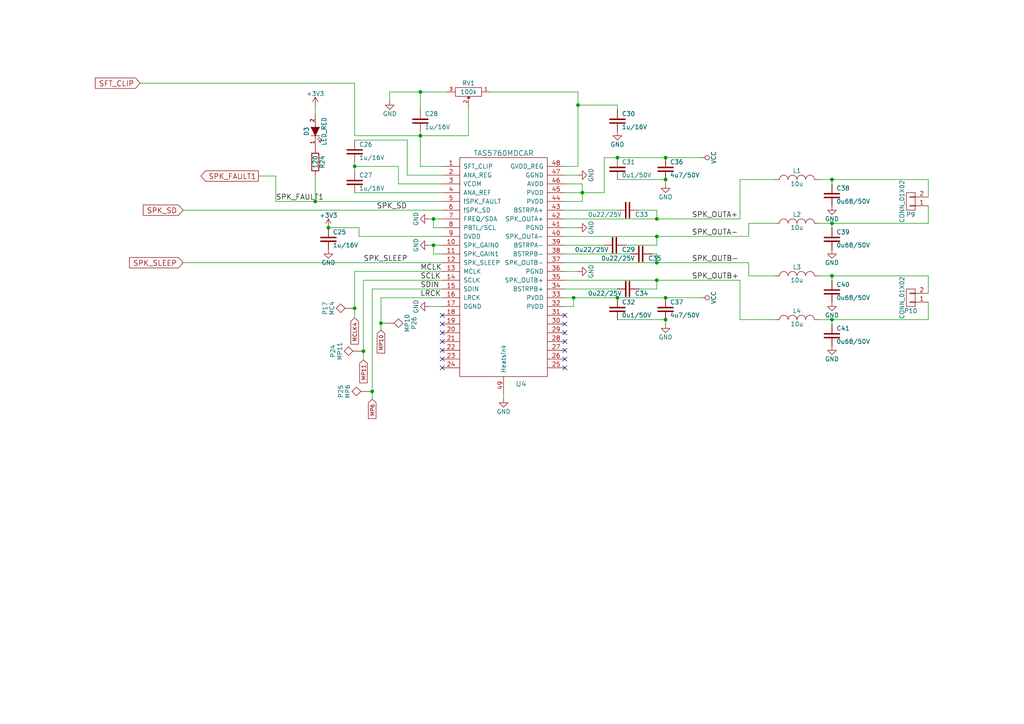
<source format=kicad_sch>
(kicad_sch (version 20231120) (generator "eeschema") (generator_version "8.0")
  (paper "A4")
  (title_block (title "freeDSP-AiO") (date "2018-08-09") (rev "V1.0") (company "TUD") (comment 1 "Friedrich, Hoffmann, Kaiser, Schindler") (comment 2 "Hauptseminar Kommunikationsnetze"))
  (lib_symbols
    (symbol "MyLibrary:Capacitor" (pin_numbers hide) (pin_names (offset 0))
      (property "Reference" "C" (at 1.27 2.54 0))
      (property "Value" "Capacitor" (at 1.27 -1.27 0))
      (symbol "Capacitor_0_1"
        (rectangle (start -2.286 0) (end 2.286 -0.254) (fill (type outline)))
        (rectangle (start -2.286 1.0922) (end 2.286 0.8382) (fill (type outline)))
      )
      (symbol "Capacitor_1_1"
        (pin passive line (at 0 3.81 270) (length 2.5908) (name "~") (number "1"))
        (pin passive line (at 0 -2.54 90) (length 2.54) (name "~") (number "2"))
      )
    )
    (symbol "MyLibrary:Inductor" (pin_numbers hide) (pin_names (offset 0) hide)
      (property "Reference" "L" (at 0 2.54 0))
      (property "Value" "Inductor" (at 0 -1.27 0))
      (symbol "Inductor_0_1"
        (arc (start -2.54 0) (mid -3.81 1.2645) (end -5.08 0))
        (arc (start 0 0) (mid -1.27 1.2645) (end -2.54 0))
        (arc (start 2.54 0) (mid 1.27 1.2645) (end 0 0))
        (arc (start 5.08 0) (mid 3.81 1.2645) (end 2.54 0))
      )
      (symbol "Inductor_1_1"
        (pin input line (at -6.35 0 0) (length 1.27) (name "1") (number "1"))
        (pin input line (at 6.35 0 180) (length 1.27) (name "2") (number "2"))
      )
    )
    (symbol "MyLibrary:TAS5760MDCAR" (pin_names (offset 1.016))
      (property "Reference" "U" (at 5.08 -33.02 0))
      (property "Value" "TAS5760MDCAR" (at 0 33.02 0))
      (symbol "TAS5760MDCAR_0_1"
        (rectangle (start -12.7 30.48) (end -12.7 30.48))
        (rectangle (start -12.7 31.75) (end 12.7 -31.75))
      )
      (symbol "TAS5760MDCAR_1_1"
        (pin input line (at -17.78 29.21 0) (length 5.08) (name "SFT_CLIP") (number "1"))
        (pin input line (at -17.78 6.35 0) (length 5.08) (name "SPK_GAIN0") (number "10"))
        (pin input line (at -17.78 3.81 0) (length 5.08) (name "SPK_GAIN1") (number "11"))
        (pin input line (at -17.78 1.27 0) (length 5.08) (name "SPK_SLEEP") (number "12"))
        (pin bidirectional line (at -17.78 -1.27 0) (length 5.08) (name "MCLK") (number "13"))
        (pin input line (at -17.78 -3.81 0) (length 5.08) (name "SCLK") (number "14"))
        (pin input line (at -17.78 -6.35 0) (length 5.08) (name "SDIN") (number "15"))
        (pin input line (at -17.78 -8.89 0) (length 5.08) (name "LRCK") (number "16"))
        (pin input line (at -17.78 -11.43 0) (length 5.08) (name "DGND") (number "17"))
        (pin unspecified line (at -17.78 -13.97 0) (length 5.08) (name "~") (number "18"))
        (pin unspecified line (at -17.78 -16.51 0) (length 5.08) (name "~") (number "19"))
        (pin input line (at -17.78 26.67 0) (length 5.08) (name "ANA_REG") (number "2"))
        (pin unspecified line (at -17.78 -19.05 0) (length 5.08) (name "~") (number "20"))
        (pin unspecified line (at -17.78 -21.59 0) (length 5.08) (name "~") (number "21"))
        (pin input line (at -17.78 -24.13 0) (length 5.08) (name "~") (number "22"))
        (pin input line (at -17.78 -26.67 0) (length 5.08) (name "~") (number "23"))
        (pin input line (at -17.78 -29.21 0) (length 5.08) (name "~") (number "24"))
        (pin output line (at 17.78 -29.21 180) (length 5.08) (name "~") (number "25"))
        (pin output line (at 17.78 -26.67 180) (length 5.08) (name "~") (number "26"))
        (pin output line (at 17.78 -24.13 180) (length 5.08) (name "~") (number "27"))
        (pin output line (at 17.78 -21.59 180) (length 5.08) (name "~") (number "28"))
        (pin output line (at 17.78 -19.05 180) (length 5.08) (name "~") (number "29"))
        (pin input line (at -17.78 24.13 0) (length 5.08) (name "VCOM") (number "3"))
        (pin output line (at 17.78 -16.51 180) (length 5.08) (name "~") (number "30"))
        (pin output line (at 17.78 -13.97 180) (length 5.08) (name "~") (number "31"))
        (pin power_in line (at 17.78 -11.43 180) (length 5.08) (name "PVDD") (number "32"))
        (pin power_in line (at 17.78 -8.89 180) (length 5.08) (name "PVDD") (number "33"))
        (pin output line (at 17.78 -6.35 180) (length 5.08) (name "BSTRPB+") (number "34"))
        (pin output line (at 17.78 -3.81 180) (length 5.08) (name "SPK_OUTB+") (number "35"))
        (pin bidirectional line (at 17.78 -1.27 180) (length 5.08) (name "PGND") (number "36"))
        (pin output line (at 17.78 1.27 180) (length 5.08) (name "SPK_OUTB-") (number "37"))
        (pin output line (at 17.78 3.81 180) (length 5.08) (name "BSTRPB-") (number "38"))
        (pin output line (at 17.78 6.35 180) (length 5.08) (name "BSTRPA-") (number "39"))
        (pin input line (at -17.78 21.59 0) (length 5.08) (name "ANA_REF") (number "4"))
        (pin output line (at 17.78 8.89 180) (length 5.08) (name "SPK_OUTA-") (number "40"))
        (pin bidirectional line (at 17.78 11.43 180) (length 5.08) (name "PGND") (number "41"))
        (pin output line (at 17.78 13.97 180) (length 5.08) (name "SPK_OUTA+") (number "42"))
        (pin output line (at 17.78 16.51 180) (length 5.08) (name "BSTRPA+") (number "43"))
        (pin input line (at 17.78 19.05 180) (length 5.08) (name "PVDD") (number "44"))
        (pin input line (at 17.78 21.59 180) (length 5.08) (name "PVDD") (number "45"))
        (pin input line (at 17.78 24.13 180) (length 5.08) (name "AVDD") (number "46"))
        (pin input line (at 17.78 26.67 180) (length 5.08) (name "GGND") (number "47"))
        (pin output line (at 17.78 29.21 180) (length 5.08) (name "GVDD_REG") (number "48"))
        (pin passive line (at 0 -36.83 90) (length 5.08) (name "Heatsink") (number "49"))
        (pin input line (at -17.78 19.05 0) (length 5.08) (name "!SPK_FAULT") (number "5"))
        (pin input line (at -17.78 16.51 0) (length 5.08) (name "!SPK_SD") (number "6"))
        (pin input line (at -17.78 13.97 0) (length 5.08) (name "FREQ/SDA") (number "7"))
        (pin input line (at -17.78 11.43 0) (length 5.08) (name "PBTL/SCL") (number "8"))
        (pin input line (at -17.78 8.89 0) (length 5.08) (name "DVDD") (number "9"))
      )
    )
    (symbol "smd_aio-rescue:+3V3" (power) (pin_names (offset 0))
      (property "Value" "+3V3" (at 0 3.556 0))
      (symbol "+3V3_0_1"
        (polyline (pts (xy -0.762 1.27) (xy 0 2.54)))
        (polyline (pts (xy 0 0) (xy 0 2.54)))
        (polyline (pts (xy 0 2.54) (xy 0.762 1.27)))
      )
      (symbol "+3V3_1_1"
        (pin power_in line (at 0 0 90) (length 0) hide (name "+3V3") (number "1"))
      )
    )
    (symbol "smd_aio-rescue:CONN_01X02" (pin_names (offset 1.016) hide)
      (property "Reference" "P" (at 0 3.81 0))
      (property "Value" "CONN_01X02" (at 2.54 0 90))
      (symbol "CONN_01X02_0_1"
        (rectangle (start -1.27 -1.143) (end 0.254 -1.397))
        (rectangle (start -1.27 1.397) (end 0.254 1.143))
        (rectangle (start -1.27 2.54) (end 1.27 -2.54))
      )
      (symbol "CONN_01X02_1_1"
        (pin passive line (at -5.08 1.27 0) (length 3.81) (name "P1") (number "1"))
        (pin passive line (at -5.08 -1.27 0) (length 3.81) (name "P2") (number "2"))
      )
    )
    (symbol "smd_aio-rescue:GND" (power) (pin_names (offset 0))
      (property "Value" "GND" (at 0 -3.81 0))
      (symbol "GND_0_1"
        (polyline (pts (xy 0 0) (xy 0 -1.27) (xy 1.27 -1.27) (xy 0 -2.54) (xy -1.27 -1.27) (xy 0 -1.27)))
      )
      (symbol "GND_1_1"
        (pin power_in line (at 0 0 270) (length 0) hide (name "GND") (number "1"))
      )
    )
    (symbol "smd_aio-rescue:LED" (pin_names (offset 1.016) hide)
      (property "Reference" "D" (at 0 2.54 0))
      (property "Value" "LED" (at 0 -2.54 0))
      (symbol "LED_0_1"
        (polyline (pts (xy -1.27 1.27) (xy -1.27 -1.27)))
        (polyline (pts (xy -2.032 -0.635) (xy -3.175 -1.651) (xy -3.048 -1.016)))
        (polyline (pts (xy -1.651 -1.016) (xy -2.794 -2.032) (xy -2.667 -1.397)))
        (polyline (pts (xy 1.27 1.27) (xy -1.27 0) (xy 1.27 -1.27)) (fill (type outline)))
      )
      (symbol "LED_1_1"
        (pin passive line (at -5.08 0 0) (length 3.81) (name "K") (number "1"))
        (pin passive line (at 5.08 0 180) (length 3.81) (name "A") (number "2"))
      )
    )
    (symbol "smd_aio-rescue:POT" (pin_names (offset 1.016) hide)
      (property "Reference" "RV" (at 0 -2.54 0))
      (property "Value" "POT" (at 0 0 0))
      (symbol "POT_0_1"
        (rectangle (start -3.81 1.27) (end 3.81 -1.27))
        (polyline (pts (xy 0 1.27) (xy -0.508 1.778) (xy 0.508 1.778)) (fill (type outline)))
      )
      (symbol "POT_1_1"
        (pin passive line (at -6.35 0 0) (length 2.54) (name "1") (number "1"))
        (pin passive line (at 0 3.81 270) (length 2.032) (name "2") (number "2"))
        (pin passive line (at 6.35 0 180) (length 2.54) (name "3") (number "3"))
      )
    )
    (symbol "smd_aio-rescue:R" (pin_numbers hide) (pin_names (offset 0))
      (property "Reference" "R" (at 2.032 0 90))
      (property "Value" "R" (at 0 0 90))
      (symbol "R_0_1"
        (rectangle (start -1.016 -2.54) (end 1.016 2.54) (stroke (width 0.254)))
      )
      (symbol "R_1_1"
        (pin passive line (at 0 3.81 270) (length 1.27) (name "~") (number "1"))
        (pin passive line (at 0 -3.81 90) (length 1.27) (name "~") (number "2"))
      )
    )
    (symbol "smd_aio-rescue:TST" (pin_numbers hide) (pin_names (offset 1.016) hide)
      (property "Reference" "P" (at 0 7.62 0))
      (property "Value" "TST" (at 0 6.35 0))
      (symbol "TST_0_1"
        (polyline (pts (xy 0 5.08) (xy -1.27 3.81) (xy 0 2.54) (xy 1.27 3.81) (xy 0 5.08) (xy 0 5.08)))
      )
      (symbol "TST_1_1"
        (pin passive line (at 0 0 90) (length 2.54) (name "~") (number "1"))
      )
    )
    (symbol "smd_aio-rescue:VCC" (power) (pin_names (offset 0))
      (property "Value" "VCC" (at 0 3.81 0))
      (symbol "VCC_0_1"
        (polyline (pts (xy 0 0) (xy 0 1.27)))
        (circle (center 0 1.905) (radius 0.635))
      )
      (symbol "VCC_1_1"
        (pin power_in line (at 0 0 90) (length 0) hide (name "VCC") (number "1"))
      )
    )
  )
  (junction (at 241.3 92.71))
  (junction (at 102.87 48.26))
  (junction (at 190.5 81.28))
  (junction (at 190.5 76.2))
  (junction (at 241.3 64.77))
  (junction (at 193.04 92.71))
  (junction (at 105.41 101.854))
  (junction (at 102.87 89.408))
  (junction (at 110.49 93.726))
  (junction (at 95.25 66.04))
  (junction (at 125.73 71.12))
  (junction (at 168.91 55.88))
  (junction (at 193.04 52.07))
  (junction (at 241.3 80.01))
  (junction (at 190.5 63.5))
  (junction (at 179.07 45.72))
  (junction (at 179.07 86.36))
  (junction (at 121.92 26.67))
  (junction (at 107.95 113.538))
  (junction (at 241.3 52.07))
  (junction (at 193.04 86.36))
  (junction (at 91.44 58.42))
  (junction (at 121.92 39.37))
  (junction (at 193.04 45.72))
  (junction (at 166.37 86.36))
  (junction (at 125.73 63.5))
  (junction (at 167.64 30.48))
  (junction (at 190.5 68.58))
  (no_connect (at 163.83 104.14))
  (no_connect (at 128.27 91.44))
  (no_connect (at 163.83 99.06))
  (no_connect (at 128.27 101.6))
  (no_connect (at 163.83 91.44))
  (no_connect (at 128.27 93.98))
  (no_connect (at 128.27 104.14))
  (no_connect (at 163.83 106.68))
  (no_connect (at 128.27 99.06))
  (no_connect (at 163.83 96.52))
  (no_connect (at 163.83 93.98))
  (no_connect (at 128.27 96.52))
  (no_connect (at 128.27 106.68))
  (no_connect (at 163.83 101.6))
  (wire (pts (xy 190.5 76.2) (xy 217.17 76.2)))
  (wire (pts (xy 91.44 30.734) (xy 91.44 33.02)))
  (wire (pts (xy 53.086 60.96) (xy 128.27 60.96)))
  (wire (pts (xy 241.3 64.77) (xy 269.24 64.77)))
  (wire (pts (xy 181.61 71.12) (xy 190.5 71.12)))
  (wire (pts (xy 128.27 86.36) (xy 110.49 86.36)))
  (wire (pts (xy 237.49 52.07) (xy 241.3 52.07)))
  (wire (pts (xy 105.41 81.28) (xy 105.41 101.854)))
  (wire (pts (xy 121.92 39.37) (xy 121.92 48.26)))
  (wire (pts (xy 102.616 89.408) (xy 102.87 89.408)))
  (wire (pts (xy 217.17 64.77) (xy 224.79 64.77)))
  (wire (pts (xy 269.24 52.07) (xy 269.24 57.15)))
  (wire (pts (xy 128.27 78.74) (xy 102.87 78.74)))
  (wire (pts (xy 167.64 26.67) (xy 142.24 26.67)))
  (wire (pts (xy 40.64 24.13) (xy 102.87 24.13)))
  (wire (pts (xy 167.64 26.67) (xy 167.64 30.48)))
  (wire (pts (xy 168.91 55.88) (xy 168.91 58.42)))
  (wire (pts (xy 105.41 101.854) (xy 105.41 104.394)))
  (wire (pts (xy 111.76 93.726) (xy 110.49 93.726)))
  (wire (pts (xy 102.87 78.74) (xy 102.87 89.408)))
  (wire (pts (xy 102.87 39.37) (xy 121.92 39.37)))
  (wire (pts (xy 179.07 83.82) (xy 163.83 83.82)))
  (wire (pts (xy 190.5 81.28) (xy 190.5 83.82)))
  (wire (pts (xy 179.07 86.36) (xy 193.04 86.36)))
  (wire (pts (xy 91.44 58.42) (xy 128.27 58.42)))
  (wire (pts (xy 190.5 83.82) (xy 185.42 83.82)))
  (wire (pts (xy 128.27 81.28) (xy 105.41 81.28)))
  (wire (pts (xy 193.04 86.36) (xy 203.2 86.36)))
  (wire (pts (xy 102.87 48.26) (xy 102.87 49.53)))
  (wire (pts (xy 168.91 58.42) (xy 163.83 58.42)))
  (wire (pts (xy 190.5 63.5) (xy 214.63 63.5)))
  (wire (pts (xy 124.46 63.5) (xy 125.73 63.5)))
  (wire (pts (xy 113.03 26.67) (xy 113.03 29.21)))
  (wire (pts (xy 53.086 76.2) (xy 128.27 76.2)))
  (wire (pts (xy 214.63 63.5) (xy 214.63 52.07)))
  (wire (pts (xy 163.83 73.66) (xy 182.88 73.66)))
  (wire (pts (xy 175.26 71.12) (xy 163.83 71.12)))
  (wire (pts (xy 175.26 45.72) (xy 179.07 45.72)))
  (wire (pts (xy 125.73 73.66) (xy 125.73 71.12)))
  (wire (pts (xy 107.95 83.82) (xy 107.95 113.538)))
  (wire (pts (xy 125.73 63.5) (xy 128.27 63.5)))
  (wire (pts (xy 241.3 80.01) (xy 241.3 81.28)))
  (wire (pts (xy 166.37 88.9) (xy 166.37 86.36)))
  (wire (pts (xy 124.46 71.12) (xy 125.73 71.12)))
  (wire (pts (xy 107.95 113.538) (xy 107.95 115.824)))
  (wire (pts (xy 163.83 76.2) (xy 190.5 76.2)))
  (wire (pts (xy 193.04 45.72) (xy 203.2 45.72)))
  (wire (pts (xy 179.07 92.71) (xy 193.04 92.71)))
  (wire (pts (xy 179.07 30.48) (xy 179.07 31.75)))
  (wire (pts (xy 163.83 63.5) (xy 190.5 63.5)))
  (wire (pts (xy 167.64 30.48) (xy 179.07 30.48)))
  (wire (pts (xy 237.49 92.71) (xy 241.3 92.71)))
  (wire (pts (xy 189.23 73.66) (xy 190.5 73.66)))
  (wire (pts (xy 167.64 48.26) (xy 163.83 48.26)))
  (wire (pts (xy 237.49 64.77) (xy 241.3 64.77)))
  (wire (pts (xy 102.87 40.64) (xy 118.11 40.64)))
  (wire (pts (xy 190.5 68.58) (xy 217.17 68.58)))
  (wire (pts (xy 214.63 52.07) (xy 224.79 52.07)))
  (wire (pts (xy 102.87 46.99) (xy 102.87 48.26)))
  (wire (pts (xy 128.27 73.66) (xy 125.73 73.66)))
  (wire (pts (xy 237.49 80.01) (xy 241.3 80.01)))
  (wire (pts (xy 163.83 50.8) (xy 167.64 50.8)))
  (wire (pts (xy 167.64 30.48) (xy 167.64 48.26)))
  (wire (pts (xy 190.5 71.12) (xy 190.5 68.58)))
  (wire (pts (xy 102.87 48.26) (xy 115.57 48.26)))
  (wire (pts (xy 217.17 68.58) (xy 217.17 64.77)))
  (wire (pts (xy 104.14 68.58) (xy 104.14 66.04)))
  (wire (pts (xy 241.3 92.71) (xy 241.3 93.98)))
  (wire (pts (xy 110.49 86.36) (xy 110.49 93.726)))
  (wire (pts (xy 163.83 78.74) (xy 167.64 78.74)))
  (wire (pts (xy 217.17 76.2) (xy 217.17 80.01)))
  (wire (pts (xy 168.91 53.34) (xy 168.91 55.88)))
  (wire (pts (xy 80.01 58.42) (xy 91.44 58.42)))
  (wire (pts (xy 104.902 101.854) (xy 105.41 101.854)))
  (wire (pts (xy 113.03 26.67) (xy 121.92 26.67)))
  (wire (pts (xy 241.3 92.71) (xy 269.24 92.71)))
  (wire (pts (xy 193.04 92.71) (xy 193.04 93.98)))
  (wire (pts (xy 163.83 86.36) (xy 166.37 86.36)))
  (wire (pts (xy 175.26 55.88) (xy 175.26 45.72)))
  (wire (pts (xy 166.37 86.36) (xy 179.07 86.36)))
  (wire (pts (xy 163.83 88.9) (xy 166.37 88.9)))
  (wire (pts (xy 241.3 80.01) (xy 269.24 80.01)))
  (wire (pts (xy 269.24 80.01) (xy 269.24 85.09)))
  (wire (pts (xy 135.89 30.48) (xy 135.89 39.37)))
  (wire (pts (xy 179.07 52.07) (xy 193.04 52.07)))
  (wire (pts (xy 102.87 24.13) (xy 102.87 39.37)))
  (wire (pts (xy 102.87 55.88) (xy 128.27 55.88)))
  (wire (pts (xy 163.83 68.58) (xy 190.5 68.58)))
  (wire (pts (xy 80.01 51.054) (xy 80.01 58.42)))
  (wire (pts (xy 128.27 66.04) (xy 125.73 66.04)))
  (wire (pts (xy 190.5 63.5) (xy 190.5 60.96)))
  (wire (pts (xy 214.63 81.28) (xy 214.63 92.71)))
  (wire (pts (xy 241.3 52.07) (xy 241.3 53.34)))
  (wire (pts (xy 146.05 114.3) (xy 146.05 115.57)))
  (wire (pts (xy 121.92 38.1) (xy 121.92 39.37)))
  (wire (pts (xy 269.24 64.77) (xy 269.24 59.69)))
  (wire (pts (xy 163.83 81.28) (xy 190.5 81.28)))
  (wire (pts (xy 74.93 51.054) (xy 80.01 51.054)))
  (wire (pts (xy 269.24 92.71) (xy 269.24 87.63)))
  (wire (pts (xy 128.27 83.82) (xy 107.95 83.82)))
  (wire (pts (xy 163.83 55.88) (xy 168.91 55.88)))
  (wire (pts (xy 110.49 93.726) (xy 110.49 95.758)))
  (wire (pts (xy 241.3 64.77) (xy 241.3 66.04)))
  (wire (pts (xy 91.44 50.8) (xy 91.44 58.42)))
  (wire (pts (xy 214.63 92.71) (xy 224.79 92.71)))
  (wire (pts (xy 163.83 53.34) (xy 168.91 53.34)))
  (wire (pts (xy 121.92 48.26) (xy 128.27 48.26)))
  (wire (pts (xy 168.91 55.88) (xy 175.26 55.88)))
  (wire (pts (xy 115.57 48.26) (xy 115.57 53.34)))
  (wire (pts (xy 121.92 26.67) (xy 121.92 31.75)))
  (wire (pts (xy 118.11 40.64) (xy 118.11 50.8)))
  (wire (pts (xy 118.11 50.8) (xy 128.27 50.8)))
  (wire (pts (xy 163.83 66.04) (xy 167.64 66.04)))
  (wire (pts (xy 125.73 66.04) (xy 125.73 63.5)))
  (wire (pts (xy 179.07 60.96) (xy 163.83 60.96)))
  (wire (pts (xy 193.04 52.07) (xy 193.04 53.34)))
  (wire (pts (xy 179.07 45.72) (xy 193.04 45.72)))
  (wire (pts (xy 102.87 89.408) (xy 102.87 92.202)))
  (wire (pts (xy 125.73 71.12) (xy 128.27 71.12)))
  (wire (pts (xy 128.27 68.58) (xy 104.14 68.58)))
  (wire (pts (xy 121.92 26.67) (xy 129.54 26.67)))
  (wire (pts (xy 190.5 81.28) (xy 214.63 81.28)))
  (wire (pts (xy 135.89 39.37) (xy 121.92 39.37)))
  (wire (pts (xy 104.14 66.04) (xy 95.25 66.04)))
  (wire (pts (xy 107.188 113.538) (xy 107.95 113.538)))
  (wire (pts (xy 241.3 52.07) (xy 269.24 52.07)))
  (wire (pts (xy 190.5 73.66) (xy 190.5 76.2)))
  (wire (pts (xy 124.46 88.9) (xy 128.27 88.9)))
  (wire (pts (xy 115.57 53.34) (xy 128.27 53.34)))
  (wire (pts (xy 217.17 80.01) (xy 224.79 80.01)))
  (wire (pts (xy 190.5 60.96) (xy 185.42 60.96)))
  (label "SPK_OUTB-" (at 200.66 76.2 0) (effects (font (size 1.524 1.524))))
  (label "SDIN" (at 121.92 83.82 0) (effects (font (size 1.524 1.524))))
  (label "SPK_SD" (at 109.22 60.96 0) (effects (font (size 1.524 1.524))))
  (label "SPK_SLEEP" (at 105.41 76.2 0) (effects (font (size 1.524 1.524))))
  (label "SPK_FAULT1" (at 80.01 58.42 0) (effects (font (size 1.524 1.524))))
  (label "SPK_OUTA-" (at 200.66 68.58 0) (effects (font (size 1.524 1.524))))
  (label "SPK_OUTA+" (at 200.66 63.5 0) (effects (font (size 1.524 1.524))))
  (label "SCLK" (at 121.92 81.28 0) (effects (font (size 1.524 1.524))))
  (label "LRCK" (at 121.92 86.36 0) (effects (font (size 1.524 1.524))))
  (label "SPK_OUTB+" (at 200.66 81.28 0) (effects (font (size 1.524 1.524))))
  (label "MCLK" (at 121.92 78.74 0) (effects (font (size 1.524 1.524))))
  (global_label "SPK_FAULT1" (shape output) (at 74.93 51.054 180) (effects (font (size 1.524 1.524))) (property "Intersheetrefs" "${INTERSHEET_REFS}" (effects (hide yes))))
  (global_label "MCLK4" (shape input) (at 102.87 92.202 270) (effects (font (size 1.1176 1.1176))) (property "Intersheetrefs" "${INTERSHEET_REFS}" (effects (hide yes))))
  (global_label "SPK_SLEEP" (shape input) (at 53.086 76.2 180) (effects (font (size 1.524 1.524))) (property "Intersheetrefs" "${INTERSHEET_REFS}" (effects (hide yes))))
  (global_label "SFT_CLIP" (shape input) (at 40.64 24.13 180) (effects (font (size 1.524 1.524))) (property "Intersheetrefs" "${INTERSHEET_REFS}" (effects (hide yes))))
  (global_label "SPK_SD" (shape input) (at 53.086 60.96 180) (effects (font (size 1.524 1.524))) (property "Intersheetrefs" "${INTERSHEET_REFS}" (effects (hide yes))))
  (global_label "MP6" (shape input) (at 107.95 115.824 270) (effects (font (size 1.1176 1.1176))) (property "Intersheetrefs" "${INTERSHEET_REFS}" (effects (hide yes))))
  (global_label "MP10" (shape input) (at 110.49 95.758 270) (effects (font (size 1.1176 1.1176))) (property "Intersheetrefs" "${INTERSHEET_REFS}" (effects (hide yes))))
  (global_label "MP11" (shape input) (at 105.41 104.394 270) (effects (font (size 1.1176 1.1176))) (property "Intersheetrefs" "${INTERSHEET_REFS}" (effects (hide yes))))
  (symbol (lib_id "MyLibrary:Capacitor") (at 179.07 35.56 0) (unit 1)
    (property "Reference" "C30" (at 180.34 33.02 0) (effects (justify left)))
    (property "Value" "1u/16V" (at 180.34 36.83 0) (effects (justify left)))
    (property "Footprint" "fdsp_capacitor:C_1206_HandSoldering" (effects (hide yes)))
    (property "Datasheet" "http://www.murata.com/products/catalog/pdf/c02e.pdf" (effects (hide yes)))
    (property "Mfr.Nr." "GRM188R71C105KE15D" (effects (hide yes)))
  )
  (symbol (lib_id "MyLibrary:Capacitor") (at 121.92 35.56 0) (unit 1)
    (property "Reference" "C28" (at 123.19 33.02 0) (effects (justify left)))
    (property "Value" "1u/16V" (at 123.19 36.83 0) (effects (justify left)))
    (property "Footprint" "fdsp_capacitor:C_1206_HandSoldering" (effects (hide yes)))
    (property "Datasheet" "http://www.murata.com/products/catalog/pdf/c02e.pdf" (effects (hide yes)))
    (property "Mfr.Nr." "GRM188R71C105KE15D" (effects (hide yes)))
  )
  (symbol (lib_id "smd_aio-rescue:POT") (at 135.89 26.67 180) (unit 1)
    (property "Reference" "RV1" (at 135.89 24.13 0))
    (property "Value" "100k" (at 135.89 26.67 0))
    (property "Footprint" "AMPx2 _footprints:M64Z104KB40" (effects (hide yes)))
    (property "Datasheet" "http://www.mouser.com/ds/2/427/64-239937.pdf" (effects (hide yes)))
    (property "Mfr.Nr." "M64Z104KB40" (effects (hide yes)))
  )
  (symbol (lib_id "MyLibrary:Capacitor") (at 179.07 49.53 0) (unit 1)
    (property "Reference" "C31" (at 180.34 46.99 0) (effects (justify left)))
    (property "Value" "0u1/50V" (at 180.34 50.8 0) (effects (justify left)))
    (property "Footprint" "fdsp_capacitor:C_1206_HandSoldering" (effects (hide yes)))
    (property "Datasheet" "http://www.murata.com/products/catalog/pdf/c02e.pdf" (effects (hide yes)))
    (property "Mfr.Nr." "GRM188R71H104KA93D" (effects (hide yes)))
  )
  (symbol (lib_id "MyLibrary:Capacitor") (at 193.04 90.17 0) (unit 1)
    (property "Reference" "C37" (at 194.31 87.63 0) (effects (justify left)))
    (property "Value" "4u7/50V" (at 194.31 91.44 0) (effects (justify left)))
    (property "Footprint" "fdsp_capacitor:C_1206_HandSoldering" (effects (hide yes)))
    (property "Datasheet" "http://www.murata.com/products/catalog/pdf/c02e.pdf" (effects (hide yes)))
    (property "Mfr.Nr." "GRM31CR71H475KA12L" (effects (hide yes)))
  )
  (symbol (lib_id "MyLibrary:Capacitor") (at 179.07 90.17 0) (unit 1)
    (property "Reference" "C32" (at 180.34 87.63 0) (effects (justify left)))
    (property "Value" "0u1/50V" (at 180.34 91.44 0) (effects (justify left)))
    (property "Footprint" "fdsp_capacitor:C_1206_HandSoldering" (effects (hide yes)))
    (property "Datasheet" "http://www.murata.com/products/catalog/pdf/c02e.pdf" (effects (hide yes)))
    (property "Mfr.Nr." "GRM188R71H104KA93D" (effects (hide yes)))
  )
  (symbol (lib_id "MyLibrary:Capacitor") (at 241.3 57.15 0) (unit 1)
    (property "Reference" "C38" (at 242.57 54.61 0) (effects (justify left)))
    (property "Value" "0u68/50V" (at 242.57 58.42 0) (effects (justify left)))
    (property "Footprint" "fdsp_capacitor:C_1206_HandSoldering" (effects (hide yes)))
    (property "Datasheet" "http://www.murata.com/products/catalog/pdf/c03e.pdf" (effects (hide yes)))
    (property "Mfr.Nr." "GCM31CR71H684KA37L" (effects (hide yes)))
  )
  (symbol (lib_id "MyLibrary:Capacitor") (at 241.3 85.09 0) (unit 1)
    (property "Reference" "C40" (at 242.57 82.55 0) (effects (justify left)))
    (property "Value" "0u68/50V" (at 242.57 86.36 0) (effects (justify left)))
    (property "Footprint" "fdsp_capacitor:C_1206_HandSoldering" (effects (hide yes)))
    (property "Datasheet" "http://www.murata.com/products/catalog/pdf/c03e.pdf" (effects (hide yes)))
    (property "Mfr.Nr." "GCM31CR71H684KA37L" (effects (hide yes)))
  )
  (symbol (lib_id "smd_aio-rescue:GND") (at 241.3 87.63 0) (unit 1)
    (property "Reference" "#PWR052" (effects (hide yes)))
    (property "Value" "GND" (at 241.3 91.44 0))
  )
  (symbol (lib_id "smd_aio-rescue:GND") (at 241.3 100.33 0) (unit 1)
    (property "Reference" "#PWR053" (effects (hide yes)))
    (property "Value" "GND" (at 241.3 104.14 0))
  )
  (symbol (lib_id "smd_aio-rescue:GND") (at 124.46 71.12 270) (unit 1)
    (property "Reference" "#PWR055" (effects (hide yes)))
    (property "Value" "GND" (at 120.65 71.12 0))
  )
  (symbol (lib_id "smd_aio-rescue:GND") (at 124.46 63.5 270) (unit 1)
    (property "Reference" "#PWR056" (effects (hide yes)))
    (property "Value" "GND" (at 120.65 63.5 0))
  )
  (symbol (lib_id "smd_aio-rescue:VCC") (at 203.2 86.36 270) (unit 1)
    (property "Reference" "#PWR057" (effects (hide yes)))
    (property "Value" "VCC" (at 207.01 86.36 0))
  )
  (symbol (lib_id "smd_aio-rescue:R") (at 91.44 46.99 0) (unit 1)
    (property "Reference" "R24" (at 93.472 46.99 90))
    (property "Value" "120" (at 91.44 46.99 90))
    (property "Footprint" "fdsp_resistor:R_1206_HandSoldering" (effects (hide yes)))
    (property "Datasheet" "http://www.mouser.com/ds/2/427/crcw0201e3-54960.pdf" (effects (hide yes)))
    (property "Mfr.Nr." "CRCW0201120RJNED" (effects (hide yes)))
  )
  (symbol (lib_id "smd_aio-rescue:CONN_01X02") (at 264.16 86.36 180) (unit 1)
    (property "Reference" "P10" (at 264.16 90.17 0))
    (property "Value" "CONN_01X02" (at 261.62 86.36 90))
    (property "Footprint" "fdsp_connector:RIACON101-2" (effects (hide yes)))
    (property "Datasheet" "http://www.mouser.com/ds/2/324/ItemDetail_1935161-922578.pdf" (effects (hide yes)))
    (property "Mfr.Nr." "1935161" (effects (hide yes)))
  )
  (symbol (lib_id "smd_aio-rescue:+3V3") (at 95.25 66.04 0) (unit 1)
    (property "Reference" "#PWR067" (effects (hide yes)))
    (property "Value" "+3V3" (at 95.25 62.484 0))
  )
  (symbol (lib_id "MyLibrary:Capacitor") (at 102.87 53.34 0) (unit 1)
    (property "Reference" "C27" (at 104.14 50.8 0) (effects (justify left)))
    (property "Value" "1u/16V" (at 104.14 54.61 0) (effects (justify left)))
    (property "Footprint" "fdsp_capacitor:C_1206_HandSoldering" (effects (hide yes)))
    (property "Datasheet" "http://www.murata.com/products/catalog/pdf/c02e.pdf" (effects (hide yes)))
    (property "Mfr.Nr." "GRM188R71C105KE15D" (effects (hide yes)))
  )
  (symbol (lib_id "MyLibrary:Capacitor") (at 102.87 44.45 0) (unit 1)
    (property "Reference" "C26" (at 104.14 41.91 0) (effects (justify left)))
    (property "Value" "1u/16V" (at 104.14 45.72 0) (effects (justify left)))
    (property "Footprint" "fdsp_capacitor:C_1206_HandSoldering" (effects (hide yes)))
    (property "Datasheet" "http://www.murata.com/products/catalog/pdf/c02e.pdf" (effects (hide yes)))
    (property "Mfr.Nr." "GRM188R71C105KE15D" (effects (hide yes)))
  )
  (symbol (lib_id "MyLibrary:Capacitor") (at 95.25 69.85 0) (unit 1)
    (property "Reference" "C25" (at 96.52 67.31 0) (effects (justify left)))
    (property "Value" "1u/16V" (at 96.52 71.12 0) (effects (justify left)))
    (property "Footprint" "fdsp_capacitor:C_1206_HandSoldering" (effects (hide yes)))
    (property "Datasheet" "http://www.murata.com/products/catalog/pdf/c02e.pdf" (effects (hide yes)))
    (property "Mfr.Nr." "GRM188R71C105KE15D" (effects (hide yes)))
  )
  (symbol (lib_id "MyLibrary:Capacitor") (at 193.04 49.53 0) (unit 1)
    (property "Reference" "C36" (at 194.31 46.99 0) (effects (justify left)))
    (property "Value" "4u7/50V" (at 194.31 50.8 0) (effects (justify left)))
    (property "Footprint" "fdsp_capacitor:C_1206_HandSoldering" (effects (hide yes)))
    (property "Datasheet" "http://www.murata.com/products/catalog/pdf/c02e.pdf" (effects (hide yes)))
    (property "Mfr.Nr." "GRM31CR71H475KA12L" (effects (hide yes)))
  )
  (symbol (lib_id "smd_aio-rescue:GND") (at 113.03 29.21 0) (unit 1)
    (property "Reference" "#PWR042" (effects (hide yes)))
    (property "Value" "GND" (at 113.03 33.02 0))
  )
  (symbol (lib_id "smd_aio-rescue:GND") (at 167.64 50.8 90) (unit 1)
    (property "Reference" "#PWR043" (effects (hide yes)))
    (property "Value" "GND" (at 171.45 50.8 0))
  )
  (symbol (lib_id "smd_aio-rescue:GND") (at 193.04 53.34 0) (unit 1)
    (property "Reference" "#PWR044" (effects (hide yes)))
    (property "Value" "GND" (at 193.04 57.15 0))
  )
  (symbol (lib_id "smd_aio-rescue:GND") (at 179.07 38.1 0) (unit 1)
    (property "Reference" "#PWR045" (effects (hide yes)))
    (property "Value" "GND" (at 179.07 41.91 0))
  )
  (symbol (lib_id "smd_aio-rescue:GND") (at 95.25 72.39 0) (unit 1)
    (property "Reference" "#PWR046" (effects (hide yes)))
    (property "Value" "GND" (at 95.25 76.2 0))
  )
  (symbol (lib_id "smd_aio-rescue:GND") (at 167.64 66.04 90) (unit 1)
    (property "Reference" "#PWR047" (effects (hide yes)))
    (property "Value" "GND" (at 171.45 66.04 0))
  )
  (symbol (lib_id "smd_aio-rescue:GND") (at 167.64 78.74 90) (unit 1)
    (property "Reference" "#PWR048" (effects (hide yes)))
    (property "Value" "GND" (at 171.45 78.74 0))
  )
  (symbol (lib_id "MyLibrary:Capacitor") (at 181.61 60.96 270) (unit 1)
    (property "Reference" "C33" (at 184.15 62.23 90) (effects (justify left)))
    (property "Value" "0u22/25V" (at 180.34 62.23 90) (effects (justify right)))
    (property "Footprint" "fdsp_capacitor:C_0805_HandSoldering" (effects (hide yes)))
    (property "Datasheet" "http://www.murata.com/products/catalog/pdf/c02e.pdf" (effects (hide yes)))
    (property "Mfr.Nr." "GRM188R71E223KA01J" (effects (hide yes)))
    (property "Dielectric" "X7R" (effects (hide yes)))
  )
  (symbol (lib_id "smd_aio-rescue:GND") (at 193.04 93.98 0) (unit 1)
    (property "Reference" "#PWR049" (effects (hide yes)))
    (property "Value" "GND" (at 193.04 97.79 0))
  )
  (symbol (lib_id "MyLibrary:Capacitor") (at 177.8 71.12 270) (unit 1)
    (property "Reference" "C29" (at 180.34 72.39 90) (effects (justify left)))
    (property "Value" "0u22/25V" (at 176.53 72.39 90) (effects (justify right)))
    (property "Footprint" "fdsp_capacitor:C_0805_HandSoldering" (effects (hide yes)))
    (property "Datasheet" "http://www.murata.com/products/catalog/pdf/c02e.pdf" (effects (hide yes)))
    (property "Mfr.Nr." "GRM188R71E223KA01J" (effects (hide yes)))
    (property "Dielectric" "X7R" (effects (hide yes)))
  )
  (symbol (lib_id "MyLibrary:Capacitor") (at 185.42 73.66 270) (unit 1)
    (property "Reference" "C35" (at 187.96 74.93 90) (effects (justify left)))
    (property "Value" "0u22/25V" (at 184.15 74.93 90) (effects (justify right)))
    (property "Footprint" "fdsp_capacitor:C_0805_HandSoldering" (effects (hide yes)))
    (property "Datasheet" "http://www.murata.com/products/catalog/pdf/c02e.pdf" (effects (hide yes)))
    (property "Mfr.Nr." "GRM188R71E223KA01J" (effects (hide yes)))
    (property "Dielectric" "X7R" (effects (hide yes)))
  )
  (symbol (lib_id "MyLibrary:Capacitor") (at 181.61 83.82 270) (unit 1)
    (property "Reference" "C34" (at 184.15 85.09 90) (effects (justify left)))
    (property "Value" "0u22/25V" (at 180.34 85.09 90) (effects (justify right)))
    (property "Footprint" "fdsp_capacitor:C_0805_HandSoldering" (effects (hide yes)))
    (property "Datasheet" "http://www.murata.com/products/catalog/pdf/c02e.pdf" (effects (hide yes)))
    (property "Mfr.Nr." "GRM188R71E223KA01J" (effects (hide yes)))
    (property "Dielectric" "X7R" (effects (hide yes)))
  )
  (symbol (lib_id "MyLibrary:Inductor") (at 231.14 52.07 0) (unit 1)
    (property "Reference" "L1" (at 231.14 49.53 0))
    (property "Value" "10u" (at 231.14 53.34 0))
    (property "Footprint" "AMPx2 _footprints:1D10ASeries" (effects (hide yes)))
    (property "Datasheet" "http://www.mouser.com/ds/2/192/1D10A-8408.pdf" (effects (hide yes)))
    (property "Mfr.Nr." "1D10A-100M" (effects (hide yes)))
  )
  (symbol (lib_id "MyLibrary:Inductor") (at 231.14 64.77 0) (unit 1)
    (property "Reference" "L2" (at 231.14 62.23 0))
    (property "Value" "10u" (at 231.14 66.04 0))
    (property "Footprint" "AMPx2 _footprints:1D10ASeries" (effects (hide yes)))
    (property "Datasheet" "http://www.mouser.com/ds/2/192/1D10A-8408.pdf" (effects (hide yes)))
    (property "Mfr.Nr." "1D10A-100M" (effects (hide yes)))
  )
  (symbol (lib_id "MyLibrary:Inductor") (at 231.14 80.01 0) (unit 1)
    (property "Reference" "L3" (at 231.14 77.47 0))
    (property "Value" "10u" (at 231.14 81.28 0))
    (property "Footprint" "AMPx2 _footprints:1D10ASeries" (effects (hide yes)))
    (property "Datasheet" "http://www.mouser.com/ds/2/192/1D10A-8408.pdf" (effects (hide yes)))
    (property "Mfr.Nr." "1D10A-100M" (effects (hide yes)))
  )
  (symbol (lib_id "MyLibrary:Inductor") (at 231.14 92.71 0) (unit 1)
    (property "Reference" "L4" (at 231.14 90.17 0))
    (property "Value" "10u" (at 231.14 93.98 0))
    (property "Footprint" "AMPx2 _footprints:1D10ASeries" (effects (hide yes)))
    (property "Datasheet" "http://www.mouser.com/ds/2/192/1D10A-8408.pdf" (effects (hide yes)))
    (property "Mfr.Nr." "1D10A-100M" (effects (hide yes)))
  )
  (symbol (lib_id "MyLibrary:Capacitor") (at 241.3 69.85 0) (unit 1)
    (property "Reference" "C39" (at 242.57 67.31 0) (effects (justify left)))
    (property "Value" "0u68/50V" (at 242.57 71.12 0) (effects (justify left)))
    (property "Footprint" "fdsp_capacitor:C_1206_HandSoldering" (effects (hide yes)))
    (property "Datasheet" "http://www.murata.com/products/catalog/pdf/c03e.pdf" (effects (hide yes)))
    (property "Mfr.Nr." "GCM31CR71H684KA37L" (effects (hide yes)))
  )
  (symbol (lib_id "MyLibrary:Capacitor") (at 241.3 97.79 0) (unit 1)
    (property "Reference" "C41" (at 242.57 95.25 0) (effects (justify left)))
    (property "Value" "0u68/50V" (at 242.57 99.06 0) (effects (justify left)))
    (property "Footprint" "fdsp_capacitor:C_1206_HandSoldering" (effects (hide yes)))
    (property "Datasheet" "http://www.murata.com/products/catalog/pdf/c03e.pdf" (effects (hide yes)))
    (property "Mfr.Nr." "GCM31CR71H684KA37L" (effects (hide yes)))
  )
  (symbol (lib_id "smd_aio-rescue:GND") (at 241.3 59.69 0) (unit 1)
    (property "Reference" "#PWR050" (effects (hide yes)))
    (property "Value" "GND" (at 241.3 63.5 0))
  )
  (symbol (lib_id "smd_aio-rescue:GND") (at 241.3 72.39 0) (unit 1)
    (property "Reference" "#PWR051" (effects (hide yes)))
    (property "Value" "GND" (at 241.3 76.2 0))
  )
  (symbol (lib_id "smd_aio-rescue:LED") (at 91.44 38.1 90) (unit 1)
    (property "Reference" "D3" (at 88.9 38.1 0))
    (property "Value" "LED_RED" (at 93.98 38.1 0))
    (property "Footprint" "fdsp_resistor:R_1206_HandSoldering" (effects (hide yes)))
    (property "Datasheet" "http://www.mouser.com/ds/2/216/APT1608EC-34957.pdf" (effects (hide yes)))
    (property "Mfr.Nr." "APT1608EC" (effects (hide yes)))
  )
  (symbol (lib_id "smd_aio-rescue:GND") (at 124.46 88.9 270) (unit 1)
    (property "Reference" "#PWR054" (effects (hide yes)))
    (property "Value" "GND" (at 120.65 88.9 0))
  )
  (symbol (lib_id "smd_aio-rescue:VCC") (at 203.2 45.72 270) (unit 1)
    (property "Reference" "#PWR061" (effects (hide yes)))
    (property "Value" "VCC" (at 207.01 45.72 0))
  )
  (symbol (lib_id "smd_aio-rescue:CONN_01X02") (at 264.16 58.42 180) (unit 1)
    (property "Reference" "P9" (at 264.16 62.23 0))
    (property "Value" "CONN_01X02" (at 261.62 58.42 90))
    (property "Footprint" "fdsp_connector:RIACON101-2" (effects (hide yes)))
    (property "Datasheet" "http://www.mouser.com/ds/2/324/ItemDetail_1935161-922578.pdf" (effects (hide yes)))
    (property "Mfr.Nr." "1935161" (effects (hide yes)))
  )
  (symbol (lib_id "smd_aio-rescue:GND") (at 146.05 115.57 0) (unit 1)
    (property "Reference" "#PWR063" (effects (hide yes)))
    (property "Value" "GND" (at 146.05 119.38 0))
  )
  (symbol (lib_id "smd_aio-rescue:+3V3") (at 91.44 30.734 0) (unit 1)
    (property "Reference" "#PWR065" (effects (hide yes)))
    (property "Value" "+3V3" (at 91.44 27.178 0))
  )
  (symbol (lib_id "MyLibrary:TAS5760MDCAR") (at 146.05 77.47 0) (unit 1)
    (property "Reference" "U4" (at 151.13 110.49 0) (effects (font (size 1.524 1.524)) (justify top)))
    (property "Value" "TAS5760MDCAR" (at 146.05 44.45 0) (effects (font (size 1.524 1.524))))
    (property "Footprint" "AMPx2 _footprints:HTSSOP-48" (effects (hide yes)))
  )
  (symbol (lib_id "smd_aio-rescue:TST") (at 102.616 89.408 90) (unit 1)
    (property "Reference" "P17" (at 94.996 89.408 0) (effects (justify bottom)))
    (property "Value" "MC4" (at 96.266 89.408 0))
    (property "Footprint" "fdsp_misc:Measurement_Point_Round-SMD-Pad_Small" (effects (hide yes)))
  )
  (symbol (lib_id "smd_aio-rescue:TST") (at 104.902 101.854 90) (unit 1)
    (property "Reference" "P24" (at 97.282 101.854 0) (effects (justify bottom)))
    (property "Value" "MP11" (at 98.552 101.854 0))
    (property "Footprint" "fdsp_misc:Measurement_Point_Round-SMD-Pad_Small" (effects (hide yes)))
  )
  (symbol (lib_id "smd_aio-rescue:TST") (at 107.188 113.538 90) (unit 1)
    (property "Reference" "P25" (at 99.568 113.538 0) (effects (justify bottom)))
    (property "Value" "MP6" (at 100.838 113.538 0))
    (property "Footprint" "fdsp_misc:Measurement_Point_Round-SMD-Pad_Small" (effects (hide yes)))
  )
  (symbol (lib_id "smd_aio-rescue:TST") (at 111.76 93.726 270) (unit 1)
    (property "Reference" "P26" (at 119.38 93.726 0) (effects (justify bottom)))
    (property "Value" "MP10" (at 118.11 93.726 0))
    (property "Footprint" "fdsp_misc:Measurement_Point_Round-SMD-Pad_Small" (effects (hide yes)))
  )
)
</source>
